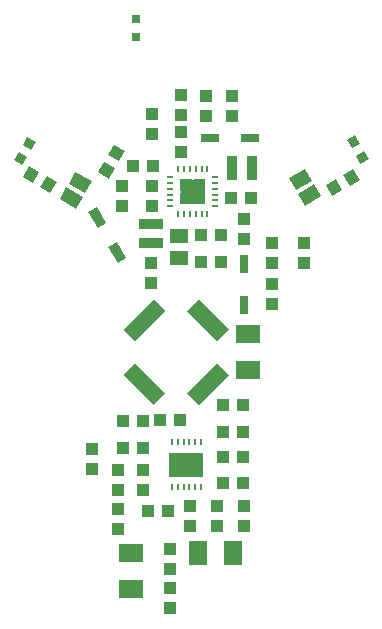
<source format=gbr>
G04 EAGLE Gerber RS-274X export*
G75*
%MOMM*%
%FSLAX34Y34*%
%LPD*%
%INSolderpaste Top*%
%IPPOS*%
%AMOC8*
5,1,8,0,0,1.08239X$1,22.5*%
G01*
%ADD10R,0.250000X0.600000*%
%ADD11R,3.000000X2.133600*%
%ADD12R,0.240000X0.600000*%
%ADD13R,0.600000X0.240000*%
%ADD14R,2.159000X2.159000*%
%ADD15R,1.100000X1.000000*%
%ADD16R,2.000000X1.500000*%
%ADD17R,1.000000X1.100000*%
%ADD18R,1.500000X2.000000*%
%ADD19R,3.600000X1.400000*%
%ADD20R,0.800000X1.600000*%
%ADD21R,0.800000X0.800000*%
%ADD22R,1.500000X1.300000*%
%ADD23R,1.600000X0.800000*%
%ADD24R,2.000000X0.850000*%
%ADD25R,0.850000X2.000000*%
%ADD26R,1.168400X1.600200*%
%ADD27R,0.800000X0.800000*%

G36*
X339022Y390035D02*
X339022Y390035D01*
X339024Y390034D01*
X339067Y390054D01*
X339111Y390072D01*
X339111Y390074D01*
X339113Y390075D01*
X339146Y390160D01*
X339146Y399100D01*
X339145Y399102D01*
X339146Y399104D01*
X339126Y399147D01*
X339108Y399191D01*
X339106Y399192D01*
X339105Y399193D01*
X339020Y399226D01*
X325920Y399226D01*
X325918Y399225D01*
X325916Y399226D01*
X325873Y399206D01*
X325829Y399188D01*
X325829Y399186D01*
X325827Y399185D01*
X325794Y399100D01*
X325794Y390160D01*
X325795Y390158D01*
X325794Y390156D01*
X325814Y390113D01*
X325832Y390069D01*
X325834Y390069D01*
X325835Y390067D01*
X325920Y390034D01*
X339020Y390034D01*
X339022Y390035D01*
G37*
G36*
X323922Y390035D02*
X323922Y390035D01*
X323924Y390034D01*
X323967Y390054D01*
X324011Y390072D01*
X324011Y390074D01*
X324013Y390075D01*
X324046Y390160D01*
X324046Y399100D01*
X324045Y399102D01*
X324046Y399104D01*
X324026Y399147D01*
X324008Y399191D01*
X324006Y399192D01*
X324005Y399193D01*
X323920Y399226D01*
X310820Y399226D01*
X310818Y399225D01*
X310816Y399226D01*
X310773Y399206D01*
X310729Y399188D01*
X310729Y399186D01*
X310727Y399185D01*
X310694Y399100D01*
X310694Y390160D01*
X310695Y390158D01*
X310694Y390156D01*
X310714Y390113D01*
X310732Y390069D01*
X310734Y390069D01*
X310735Y390067D01*
X310820Y390034D01*
X323920Y390034D01*
X323922Y390035D01*
G37*
G36*
X339022Y400975D02*
X339022Y400975D01*
X339024Y400974D01*
X339067Y400994D01*
X339111Y401012D01*
X339111Y401014D01*
X339113Y401015D01*
X339146Y401100D01*
X339146Y410040D01*
X339145Y410042D01*
X339146Y410044D01*
X339126Y410087D01*
X339108Y410131D01*
X339106Y410131D01*
X339105Y410133D01*
X339020Y410166D01*
X325920Y410166D01*
X325918Y410165D01*
X325916Y410166D01*
X325873Y410146D01*
X325829Y410128D01*
X325829Y410126D01*
X325827Y410125D01*
X325794Y410040D01*
X325794Y401100D01*
X325795Y401098D01*
X325794Y401096D01*
X325814Y401053D01*
X325832Y401009D01*
X325834Y401009D01*
X325835Y401007D01*
X325920Y400974D01*
X339020Y400974D01*
X339022Y400975D01*
G37*
G36*
X323922Y400975D02*
X323922Y400975D01*
X323924Y400974D01*
X323967Y400994D01*
X324011Y401012D01*
X324011Y401014D01*
X324013Y401015D01*
X324046Y401100D01*
X324046Y410040D01*
X324045Y410042D01*
X324046Y410044D01*
X324026Y410087D01*
X324008Y410131D01*
X324006Y410131D01*
X324005Y410133D01*
X323920Y410166D01*
X310820Y410166D01*
X310818Y410165D01*
X310816Y410166D01*
X310773Y410146D01*
X310729Y410128D01*
X310729Y410126D01*
X310727Y410125D01*
X310694Y410040D01*
X310694Y401100D01*
X310695Y401098D01*
X310694Y401096D01*
X310714Y401053D01*
X310732Y401009D01*
X310734Y401009D01*
X310735Y401007D01*
X310820Y400974D01*
X323920Y400974D01*
X323922Y400975D01*
G37*
G36*
X329202Y632065D02*
X329202Y632065D01*
X329204Y632064D01*
X329247Y632084D01*
X329291Y632102D01*
X329291Y632104D01*
X329293Y632105D01*
X329326Y632190D01*
X329326Y641760D01*
X329325Y641762D01*
X329326Y641764D01*
X329306Y641807D01*
X329288Y641851D01*
X329286Y641851D01*
X329285Y641853D01*
X329200Y641886D01*
X319630Y641886D01*
X319628Y641885D01*
X319626Y641886D01*
X319583Y641866D01*
X319539Y641848D01*
X319539Y641846D01*
X319537Y641845D01*
X319504Y641760D01*
X319504Y632190D01*
X319505Y632188D01*
X319504Y632186D01*
X319524Y632143D01*
X319542Y632099D01*
X319544Y632099D01*
X319545Y632097D01*
X319630Y632064D01*
X329200Y632064D01*
X329202Y632065D01*
G37*
G36*
X340772Y632065D02*
X340772Y632065D01*
X340774Y632064D01*
X340817Y632084D01*
X340861Y632102D01*
X340861Y632104D01*
X340863Y632105D01*
X340896Y632190D01*
X340896Y641760D01*
X340895Y641762D01*
X340896Y641764D01*
X340876Y641807D01*
X340858Y641851D01*
X340856Y641851D01*
X340855Y641853D01*
X340770Y641886D01*
X331200Y641886D01*
X331198Y641885D01*
X331196Y641886D01*
X331153Y641866D01*
X331109Y641848D01*
X331109Y641846D01*
X331107Y641845D01*
X331074Y641760D01*
X331074Y632190D01*
X331075Y632188D01*
X331074Y632186D01*
X331094Y632143D01*
X331112Y632099D01*
X331114Y632099D01*
X331115Y632097D01*
X331200Y632064D01*
X340770Y632064D01*
X340772Y632065D01*
G37*
G36*
X329202Y620495D02*
X329202Y620495D01*
X329204Y620494D01*
X329247Y620514D01*
X329291Y620532D01*
X329291Y620534D01*
X329293Y620535D01*
X329326Y620620D01*
X329326Y630190D01*
X329325Y630192D01*
X329326Y630194D01*
X329306Y630237D01*
X329288Y630281D01*
X329286Y630281D01*
X329285Y630283D01*
X329200Y630316D01*
X319630Y630316D01*
X319628Y630315D01*
X319626Y630316D01*
X319583Y630296D01*
X319539Y630278D01*
X319539Y630276D01*
X319537Y630275D01*
X319504Y630190D01*
X319504Y620620D01*
X319505Y620618D01*
X319504Y620616D01*
X319524Y620573D01*
X319542Y620529D01*
X319544Y620529D01*
X319545Y620527D01*
X319630Y620494D01*
X329200Y620494D01*
X329202Y620495D01*
G37*
G36*
X340772Y620495D02*
X340772Y620495D01*
X340774Y620494D01*
X340817Y620514D01*
X340861Y620532D01*
X340861Y620534D01*
X340863Y620535D01*
X340896Y620620D01*
X340896Y630190D01*
X340895Y630192D01*
X340896Y630194D01*
X340876Y630237D01*
X340858Y630281D01*
X340856Y630281D01*
X340855Y630283D01*
X340770Y630316D01*
X331200Y630316D01*
X331198Y630315D01*
X331196Y630316D01*
X331153Y630296D01*
X331109Y630278D01*
X331109Y630276D01*
X331107Y630275D01*
X331074Y630190D01*
X331074Y620620D01*
X331075Y620618D01*
X331074Y620616D01*
X331094Y620573D01*
X331112Y620529D01*
X331114Y620529D01*
X331115Y620527D01*
X331200Y620494D01*
X340770Y620494D01*
X340772Y620495D01*
G37*
D10*
X312420Y381100D03*
X317420Y381100D03*
X322420Y381100D03*
X327420Y381100D03*
X332420Y381100D03*
X337420Y381100D03*
X337420Y419100D03*
X332420Y419100D03*
X327420Y419100D03*
X322420Y419100D03*
X317420Y419100D03*
X312420Y419100D03*
D11*
X324920Y400100D03*
D12*
X317700Y612190D03*
X322700Y612190D03*
X327700Y612190D03*
X332700Y612190D03*
X337700Y612190D03*
X342700Y612190D03*
D13*
X349200Y618690D03*
X349200Y623690D03*
X349200Y628690D03*
X349200Y633690D03*
X349200Y638690D03*
X349200Y643690D03*
D12*
X342700Y650190D03*
X337700Y650190D03*
X332700Y650190D03*
X327700Y650190D03*
X322700Y650190D03*
X317700Y650190D03*
D13*
X311200Y643690D03*
X311200Y638690D03*
X311200Y633690D03*
X311200Y628690D03*
X311200Y623690D03*
X311200Y618690D03*
D14*
X330200Y631190D03*
D15*
X311150Y278520D03*
X311150Y295520D03*
D16*
X278130Y294880D03*
X278130Y324880D03*
D17*
X311150Y311540D03*
X311150Y328540D03*
D18*
X334250Y325120D03*
X364250Y325120D03*
D15*
X309490Y360680D03*
X292490Y360680D03*
X373380Y348370D03*
X373380Y365370D03*
X350520Y365370D03*
X350520Y348370D03*
X327660Y348370D03*
X327660Y365370D03*
X355990Y384810D03*
X372990Y384810D03*
D19*
G36*
X281582Y486107D02*
X307037Y460652D01*
X297138Y450753D01*
X271683Y476208D01*
X281582Y486107D01*
G37*
G36*
X360777Y476208D02*
X335322Y450753D01*
X325423Y460652D01*
X350878Y486107D01*
X360777Y476208D01*
G37*
G36*
X335322Y539847D02*
X360777Y514392D01*
X350878Y504493D01*
X325423Y529948D01*
X335322Y539847D01*
G37*
G36*
X307037Y529948D02*
X281582Y504493D01*
X271683Y514392D01*
X297138Y539847D01*
X307037Y529948D01*
G37*
D15*
X319650Y438150D03*
X302650Y438150D03*
X355990Y406400D03*
X372990Y406400D03*
D17*
X355990Y450850D03*
X372990Y450850D03*
X287900Y414020D03*
X270900Y414020D03*
D15*
X288290Y378850D03*
X288290Y395850D03*
X372990Y427990D03*
X355990Y427990D03*
D17*
X270900Y436880D03*
X287900Y436880D03*
D15*
X266700Y378850D03*
X266700Y395850D03*
D17*
X266700Y362830D03*
X266700Y345830D03*
X245110Y413630D03*
X245110Y396630D03*
D16*
X377190Y480300D03*
X377190Y510300D03*
D15*
X353940Y571500D03*
X336940Y571500D03*
D20*
X373380Y535450D03*
X373380Y569450D03*
D17*
X424180Y587620D03*
X424180Y570620D03*
D15*
X397510Y553330D03*
X397510Y536330D03*
D17*
X397510Y570620D03*
X397510Y587620D03*
D21*
X281940Y762120D03*
X281940Y777120D03*
D17*
X336940Y594360D03*
X353940Y594360D03*
D22*
X318770Y593700D03*
X318770Y574700D03*
D17*
X294640Y571110D03*
X294640Y554110D03*
D23*
G36*
X265775Y588566D02*
X273774Y574710D01*
X266845Y570710D01*
X258846Y584566D01*
X265775Y588566D01*
G37*
G36*
X248775Y618010D02*
X256774Y604154D01*
X249845Y600154D01*
X241846Y614010D01*
X248775Y618010D01*
G37*
D15*
X362340Y626110D03*
X379340Y626110D03*
X373380Y607940D03*
X373380Y590940D03*
D24*
X294640Y603880D03*
X294640Y587380D03*
D17*
X295910Y679840D03*
X295910Y696840D03*
D15*
X296790Y652780D03*
X279790Y652780D03*
D25*
X380360Y651510D03*
X363860Y651510D03*
D23*
X344950Y676910D03*
X378950Y676910D03*
D15*
X320040Y664600D03*
X320040Y681600D03*
X341630Y695080D03*
X341630Y712080D03*
D17*
X363220Y712080D03*
X363220Y695080D03*
G36*
X258607Y662371D02*
X263607Y671031D01*
X273133Y665531D01*
X268133Y656871D01*
X258607Y662371D01*
G37*
G36*
X250107Y647649D02*
X255107Y656309D01*
X264633Y650809D01*
X259633Y642149D01*
X250107Y647649D01*
G37*
X320040Y696350D03*
X320040Y713350D03*
D15*
X295910Y618880D03*
X295910Y635880D03*
D17*
X270510Y635880D03*
X270510Y618880D03*
D26*
G36*
X225100Y638001D02*
X230942Y648118D01*
X244800Y640117D01*
X238958Y630000D01*
X225100Y638001D01*
G37*
G36*
X217480Y624803D02*
X223322Y634920D01*
X237180Y626919D01*
X231338Y616802D01*
X217480Y624803D01*
G37*
D17*
G36*
X206441Y644363D02*
X215101Y639363D01*
X209601Y629837D01*
X200941Y634837D01*
X206441Y644363D01*
G37*
G36*
X191719Y652863D02*
X200379Y647863D01*
X194879Y638337D01*
X186219Y643337D01*
X191719Y652863D01*
G37*
D27*
G36*
X182746Y664449D02*
X189674Y660449D01*
X185674Y653521D01*
X178746Y657521D01*
X182746Y664449D01*
G37*
G36*
X190246Y677439D02*
X197174Y673439D01*
X193174Y666511D01*
X186246Y670511D01*
X190246Y677439D01*
G37*
D26*
G36*
X433268Y637460D02*
X439110Y627343D01*
X425252Y619342D01*
X419410Y629459D01*
X433268Y637460D01*
G37*
G36*
X425648Y650658D02*
X431490Y640541D01*
X417632Y632540D01*
X411790Y642657D01*
X425648Y650658D01*
G37*
D17*
G36*
X456919Y632297D02*
X448259Y627297D01*
X442759Y636823D01*
X451419Y641823D01*
X456919Y632297D01*
G37*
G36*
X471641Y640797D02*
X462981Y635797D01*
X457481Y645323D01*
X466141Y650323D01*
X471641Y640797D01*
G37*
D27*
G36*
X468186Y661719D02*
X475114Y665719D01*
X479114Y658791D01*
X472186Y654791D01*
X468186Y661719D01*
G37*
G36*
X460686Y674709D02*
X467614Y678709D01*
X471614Y671781D01*
X464686Y667781D01*
X460686Y674709D01*
G37*
M02*

</source>
